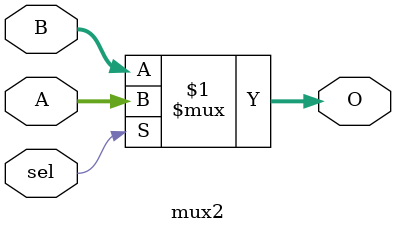
<source format=v>
module mux2
(
    input  wire sel,
    input  wire [31:0]A,
    input  wire [31:0]B,
    output wire [31:0]O
);


assign O = {sel?A:B};
endmodule

</source>
